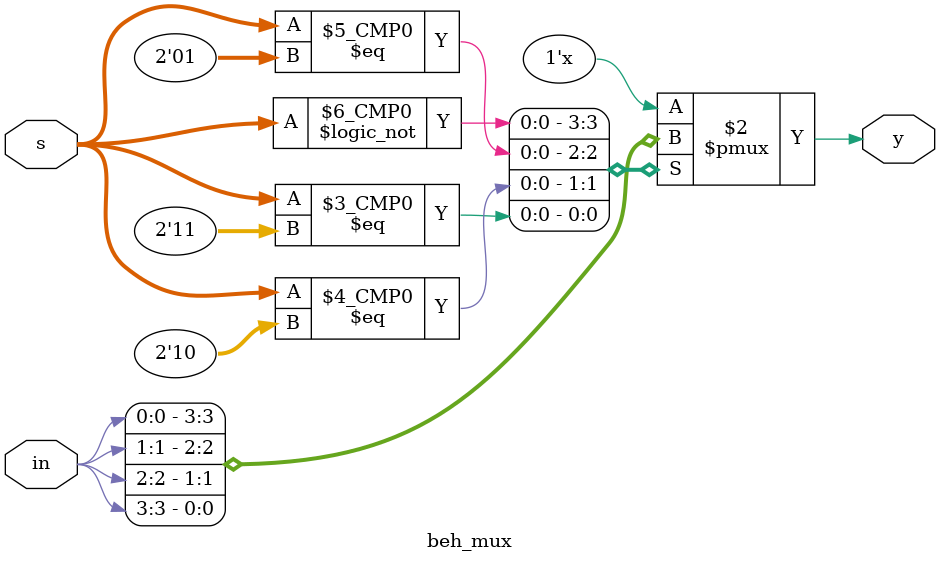
<source format=v>
`timescale 1ns / 1ps


module beh_mux(
    input [3:0] in,
    input [1:0] s,
    output reg y
    );
    always @ (in or s)
    case (s)
        0: y = in[0];
        1: y = in[1];
        2: y = in[2];
        3: y = in[3];
    endcase
endmodule

</source>
